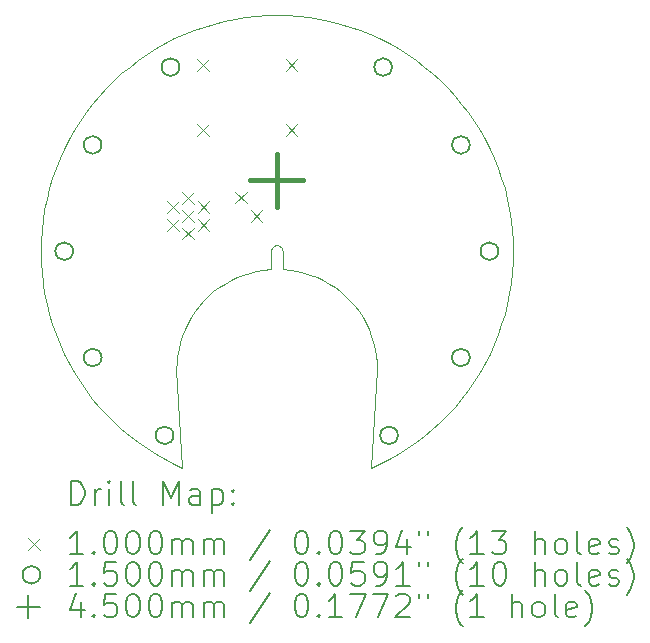
<source format=gbr>
%TF.GenerationSoftware,KiCad,Pcbnew,8.0.7*%
%TF.CreationDate,2024-12-04T21:31:14-06:00*%
%TF.ProjectId,b2,62322e6b-6963-4616-945f-706362585858,rev?*%
%TF.SameCoordinates,Original*%
%TF.FileFunction,Drillmap*%
%TF.FilePolarity,Positive*%
%FSLAX45Y45*%
G04 Gerber Fmt 4.5, Leading zero omitted, Abs format (unit mm)*
G04 Created by KiCad (PCBNEW 8.0.7) date 2024-12-04 21:31:14*
%MOMM*%
%LPD*%
G01*
G04 APERTURE LIST*
%ADD10C,0.050000*%
%ADD11C,0.200000*%
%ADD12C,0.100000*%
%ADD13C,0.150000*%
%ADD14C,0.450000*%
G04 APERTURE END LIST*
D10*
X10089730Y-3002014D02*
X10179279Y-3008051D01*
X10268467Y-3018100D01*
X10357114Y-3032141D01*
X10445042Y-3050144D01*
X10532074Y-3072074D01*
X10618034Y-3097887D01*
X10702750Y-3127530D01*
X10786050Y-3160944D01*
X10867768Y-3198062D01*
X10947737Y-3238809D01*
X11025799Y-3283102D01*
X11101794Y-3330853D01*
X11175571Y-3381966D01*
X11246980Y-3436337D01*
X11315877Y-3493857D01*
X11382125Y-3554410D01*
X11445590Y-3617875D01*
X11506143Y-3684122D01*
X11563663Y-3753020D01*
X11618034Y-3824429D01*
X11669146Y-3898206D01*
X11716898Y-3974201D01*
X11761191Y-4052263D01*
X11801938Y-4132232D01*
X11839055Y-4213950D01*
X11872470Y-4297250D01*
X11902113Y-4381966D01*
X11927926Y-4467926D01*
X11949856Y-4554958D01*
X11967859Y-4642886D01*
X11981899Y-4731534D01*
X11991949Y-4820721D01*
X11997986Y-4910270D01*
X12000000Y-5000000D01*
X11997986Y-5089730D01*
X11991949Y-5179279D01*
X11981899Y-5268467D01*
X11967859Y-5357114D01*
X11949856Y-5445042D01*
X11927926Y-5532074D01*
X11902113Y-5618034D01*
X11872470Y-5702750D01*
X11839055Y-5786050D01*
X11801938Y-5867767D01*
X11761191Y-5947737D01*
X11716898Y-6025799D01*
X11669146Y-6101794D01*
X11618034Y-6175570D01*
X11563663Y-6246980D01*
X11506143Y-6315877D01*
X11445590Y-6382125D01*
X11382125Y-6445590D01*
X11315877Y-6506143D01*
X11246980Y-6563663D01*
X11175571Y-6618034D01*
X11101794Y-6669146D01*
X11025799Y-6716898D01*
X10947737Y-6761191D01*
X10867768Y-6801938D01*
X10800000Y-6833000D01*
X10850000Y-6000000D01*
X10848019Y-5941994D01*
X10842083Y-5884258D01*
X10832222Y-5827062D01*
X10818480Y-5770673D01*
X10800922Y-5715352D01*
X10779630Y-5661359D01*
X10754702Y-5608945D01*
X10726257Y-5558354D01*
X10694424Y-5509822D01*
X10659355Y-5463575D01*
X10621211Y-5419830D01*
X10580170Y-5378789D01*
X10536425Y-5340645D01*
X10490178Y-5305576D01*
X10441646Y-5273744D01*
X10391055Y-5245298D01*
X10338641Y-5220370D01*
X10284648Y-5199078D01*
X10229327Y-5181520D01*
X10172938Y-5167779D01*
X10115742Y-5157917D01*
X10050000Y-5150000D01*
X10050000Y-5000000D01*
X10047975Y-4985913D01*
X10042063Y-4972968D01*
X10032743Y-4962213D01*
X10020771Y-4954518D01*
X10007116Y-4950509D01*
X9992884Y-4950509D01*
X9979229Y-4954518D01*
X9967257Y-4962213D01*
X9957937Y-4972968D01*
X9952025Y-4985913D01*
X9950000Y-5000000D01*
X9950000Y-5150000D01*
X9884258Y-5157917D01*
X9827062Y-5167779D01*
X9770673Y-5181520D01*
X9715352Y-5199078D01*
X9661359Y-5220370D01*
X9608945Y-5245298D01*
X9558354Y-5273744D01*
X9509822Y-5305576D01*
X9463575Y-5340645D01*
X9419830Y-5378789D01*
X9378789Y-5419830D01*
X9340645Y-5463575D01*
X9305576Y-5509822D01*
X9273744Y-5558354D01*
X9245298Y-5608945D01*
X9220370Y-5661359D01*
X9199078Y-5715352D01*
X9181520Y-5770673D01*
X9167779Y-5827062D01*
X9157917Y-5884258D01*
X9151982Y-5941994D01*
X9150000Y-6000000D01*
X9200000Y-6833000D01*
X9132233Y-6801938D01*
X9052263Y-6761191D01*
X8974201Y-6716898D01*
X8898206Y-6669146D01*
X8824430Y-6618034D01*
X8753020Y-6563663D01*
X8684123Y-6506143D01*
X8617875Y-6445590D01*
X8554410Y-6382125D01*
X8493857Y-6315877D01*
X8436337Y-6246980D01*
X8381966Y-6175570D01*
X8330853Y-6101794D01*
X8283102Y-6025799D01*
X8238809Y-5947737D01*
X8198062Y-5867767D01*
X8160944Y-5786050D01*
X8127530Y-5702750D01*
X8097887Y-5618034D01*
X8072074Y-5532074D01*
X8050144Y-5445042D01*
X8032141Y-5357114D01*
X8018100Y-5268467D01*
X8008051Y-5179279D01*
X8002014Y-5089730D01*
X8000000Y-5000000D01*
X8002014Y-4910270D01*
X8008051Y-4820721D01*
X8018100Y-4731534D01*
X8032141Y-4642886D01*
X8050144Y-4554958D01*
X8072074Y-4467926D01*
X8097887Y-4381966D01*
X8127530Y-4297250D01*
X8160944Y-4213950D01*
X8198062Y-4132232D01*
X8238809Y-4052263D01*
X8283102Y-3974201D01*
X8330853Y-3898206D01*
X8381966Y-3824429D01*
X8436337Y-3753020D01*
X8493857Y-3684122D01*
X8554410Y-3617875D01*
X8617875Y-3554410D01*
X8684123Y-3493857D01*
X8753020Y-3436337D01*
X8824430Y-3381966D01*
X8898206Y-3330853D01*
X8974201Y-3283102D01*
X9052263Y-3238809D01*
X9132233Y-3198062D01*
X9213950Y-3160944D01*
X9297250Y-3127530D01*
X9381966Y-3097887D01*
X9467926Y-3072074D01*
X9554958Y-3050144D01*
X9642886Y-3032141D01*
X9731534Y-3018100D01*
X9820721Y-3008051D01*
X9910270Y-3002014D01*
X10000000Y-3000000D01*
X10089730Y-3002014D01*
D11*
D12*
X9070096Y-4575000D02*
X9170096Y-4675000D01*
X9170096Y-4575000D02*
X9070096Y-4675000D01*
X9070096Y-4725000D02*
X9170096Y-4825000D01*
X9170096Y-4725000D02*
X9070096Y-4825000D01*
X9200000Y-4500000D02*
X9300000Y-4600000D01*
X9300000Y-4500000D02*
X9200000Y-4600000D01*
X9200000Y-4650000D02*
X9300000Y-4750000D01*
X9300000Y-4650000D02*
X9200000Y-4750000D01*
X9200000Y-4800000D02*
X9300000Y-4900000D01*
X9300000Y-4800000D02*
X9200000Y-4900000D01*
X9325000Y-3375000D02*
X9425000Y-3475000D01*
X9425000Y-3375000D02*
X9325000Y-3475000D01*
X9325000Y-3925000D02*
X9425000Y-4025000D01*
X9425000Y-3925000D02*
X9325000Y-4025000D01*
X9329904Y-4575000D02*
X9429904Y-4675000D01*
X9429904Y-4575000D02*
X9329904Y-4675000D01*
X9329904Y-4725000D02*
X9429904Y-4825000D01*
X9429904Y-4725000D02*
X9329904Y-4825000D01*
X9645000Y-4495000D02*
X9745000Y-4595000D01*
X9745000Y-4495000D02*
X9645000Y-4595000D01*
X9777500Y-4655000D02*
X9877500Y-4755000D01*
X9877500Y-4655000D02*
X9777500Y-4755000D01*
X10075000Y-3375000D02*
X10175000Y-3475000D01*
X10175000Y-3375000D02*
X10075000Y-3475000D01*
X10075000Y-3925000D02*
X10175000Y-4025000D01*
X10175000Y-3925000D02*
X10075000Y-4025000D01*
D13*
X8275000Y-5000000D02*
G75*
G02*
X8125000Y-5000000I-75000J0D01*
G01*
X8125000Y-5000000D02*
G75*
G02*
X8275000Y-5000000I75000J0D01*
G01*
X8516154Y-4100000D02*
G75*
G02*
X8366154Y-4100000I-75000J0D01*
G01*
X8366154Y-4100000D02*
G75*
G02*
X8516154Y-4100000I75000J0D01*
G01*
X8516154Y-5900000D02*
G75*
G02*
X8366154Y-5900000I-75000J0D01*
G01*
X8366154Y-5900000D02*
G75*
G02*
X8516154Y-5900000I75000J0D01*
G01*
X9125000Y-6558846D02*
G75*
G02*
X8975000Y-6558846I-75000J0D01*
G01*
X8975000Y-6558846D02*
G75*
G02*
X9125000Y-6558846I75000J0D01*
G01*
X9175000Y-3441154D02*
G75*
G02*
X9025000Y-3441154I-75000J0D01*
G01*
X9025000Y-3441154D02*
G75*
G02*
X9175000Y-3441154I75000J0D01*
G01*
X10975000Y-3441154D02*
G75*
G02*
X10825000Y-3441154I-75000J0D01*
G01*
X10825000Y-3441154D02*
G75*
G02*
X10975000Y-3441154I75000J0D01*
G01*
X11025000Y-6558846D02*
G75*
G02*
X10875000Y-6558846I-75000J0D01*
G01*
X10875000Y-6558846D02*
G75*
G02*
X11025000Y-6558846I75000J0D01*
G01*
X11633846Y-4100000D02*
G75*
G02*
X11483846Y-4100000I-75000J0D01*
G01*
X11483846Y-4100000D02*
G75*
G02*
X11633846Y-4100000I75000J0D01*
G01*
X11633846Y-5900000D02*
G75*
G02*
X11483846Y-5900000I-75000J0D01*
G01*
X11483846Y-5900000D02*
G75*
G02*
X11633846Y-5900000I75000J0D01*
G01*
X11875000Y-5000000D02*
G75*
G02*
X11725000Y-5000000I-75000J0D01*
G01*
X11725000Y-5000000D02*
G75*
G02*
X11875000Y-5000000I75000J0D01*
G01*
D14*
X10000000Y-4175000D02*
X10000000Y-4625000D01*
X9775000Y-4400000D02*
X10225000Y-4400000D01*
D11*
X8258277Y-7146984D02*
X8258277Y-6946984D01*
X8258277Y-6946984D02*
X8305896Y-6946984D01*
X8305896Y-6946984D02*
X8334467Y-6956508D01*
X8334467Y-6956508D02*
X8353515Y-6975555D01*
X8353515Y-6975555D02*
X8363039Y-6994603D01*
X8363039Y-6994603D02*
X8372562Y-7032698D01*
X8372562Y-7032698D02*
X8372562Y-7061269D01*
X8372562Y-7061269D02*
X8363039Y-7099365D01*
X8363039Y-7099365D02*
X8353515Y-7118412D01*
X8353515Y-7118412D02*
X8334467Y-7137460D01*
X8334467Y-7137460D02*
X8305896Y-7146984D01*
X8305896Y-7146984D02*
X8258277Y-7146984D01*
X8458277Y-7146984D02*
X8458277Y-7013650D01*
X8458277Y-7051746D02*
X8467801Y-7032698D01*
X8467801Y-7032698D02*
X8477324Y-7023174D01*
X8477324Y-7023174D02*
X8496372Y-7013650D01*
X8496372Y-7013650D02*
X8515420Y-7013650D01*
X8582086Y-7146984D02*
X8582086Y-7013650D01*
X8582086Y-6946984D02*
X8572563Y-6956508D01*
X8572563Y-6956508D02*
X8582086Y-6966031D01*
X8582086Y-6966031D02*
X8591610Y-6956508D01*
X8591610Y-6956508D02*
X8582086Y-6946984D01*
X8582086Y-6946984D02*
X8582086Y-6966031D01*
X8705896Y-7146984D02*
X8686848Y-7137460D01*
X8686848Y-7137460D02*
X8677324Y-7118412D01*
X8677324Y-7118412D02*
X8677324Y-6946984D01*
X8810658Y-7146984D02*
X8791610Y-7137460D01*
X8791610Y-7137460D02*
X8782086Y-7118412D01*
X8782086Y-7118412D02*
X8782086Y-6946984D01*
X9039229Y-7146984D02*
X9039229Y-6946984D01*
X9039229Y-6946984D02*
X9105896Y-7089841D01*
X9105896Y-7089841D02*
X9172563Y-6946984D01*
X9172563Y-6946984D02*
X9172563Y-7146984D01*
X9353515Y-7146984D02*
X9353515Y-7042222D01*
X9353515Y-7042222D02*
X9343991Y-7023174D01*
X9343991Y-7023174D02*
X9324944Y-7013650D01*
X9324944Y-7013650D02*
X9286848Y-7013650D01*
X9286848Y-7013650D02*
X9267801Y-7023174D01*
X9353515Y-7137460D02*
X9334467Y-7146984D01*
X9334467Y-7146984D02*
X9286848Y-7146984D01*
X9286848Y-7146984D02*
X9267801Y-7137460D01*
X9267801Y-7137460D02*
X9258277Y-7118412D01*
X9258277Y-7118412D02*
X9258277Y-7099365D01*
X9258277Y-7099365D02*
X9267801Y-7080317D01*
X9267801Y-7080317D02*
X9286848Y-7070793D01*
X9286848Y-7070793D02*
X9334467Y-7070793D01*
X9334467Y-7070793D02*
X9353515Y-7061269D01*
X9448753Y-7013650D02*
X9448753Y-7213650D01*
X9448753Y-7023174D02*
X9467801Y-7013650D01*
X9467801Y-7013650D02*
X9505896Y-7013650D01*
X9505896Y-7013650D02*
X9524944Y-7023174D01*
X9524944Y-7023174D02*
X9534467Y-7032698D01*
X9534467Y-7032698D02*
X9543991Y-7051746D01*
X9543991Y-7051746D02*
X9543991Y-7108888D01*
X9543991Y-7108888D02*
X9534467Y-7127936D01*
X9534467Y-7127936D02*
X9524944Y-7137460D01*
X9524944Y-7137460D02*
X9505896Y-7146984D01*
X9505896Y-7146984D02*
X9467801Y-7146984D01*
X9467801Y-7146984D02*
X9448753Y-7137460D01*
X9629705Y-7127936D02*
X9639229Y-7137460D01*
X9639229Y-7137460D02*
X9629705Y-7146984D01*
X9629705Y-7146984D02*
X9620182Y-7137460D01*
X9620182Y-7137460D02*
X9629705Y-7127936D01*
X9629705Y-7127936D02*
X9629705Y-7146984D01*
X9629705Y-7023174D02*
X9639229Y-7032698D01*
X9639229Y-7032698D02*
X9629705Y-7042222D01*
X9629705Y-7042222D02*
X9620182Y-7032698D01*
X9620182Y-7032698D02*
X9629705Y-7023174D01*
X9629705Y-7023174D02*
X9629705Y-7042222D01*
D12*
X7897500Y-7425500D02*
X7997500Y-7525500D01*
X7997500Y-7425500D02*
X7897500Y-7525500D01*
D11*
X8363039Y-7566984D02*
X8248753Y-7566984D01*
X8305896Y-7566984D02*
X8305896Y-7366984D01*
X8305896Y-7366984D02*
X8286848Y-7395555D01*
X8286848Y-7395555D02*
X8267801Y-7414603D01*
X8267801Y-7414603D02*
X8248753Y-7424127D01*
X8448753Y-7547936D02*
X8458277Y-7557460D01*
X8458277Y-7557460D02*
X8448753Y-7566984D01*
X8448753Y-7566984D02*
X8439229Y-7557460D01*
X8439229Y-7557460D02*
X8448753Y-7547936D01*
X8448753Y-7547936D02*
X8448753Y-7566984D01*
X8582086Y-7366984D02*
X8601134Y-7366984D01*
X8601134Y-7366984D02*
X8620182Y-7376508D01*
X8620182Y-7376508D02*
X8629705Y-7386031D01*
X8629705Y-7386031D02*
X8639229Y-7405079D01*
X8639229Y-7405079D02*
X8648753Y-7443174D01*
X8648753Y-7443174D02*
X8648753Y-7490793D01*
X8648753Y-7490793D02*
X8639229Y-7528888D01*
X8639229Y-7528888D02*
X8629705Y-7547936D01*
X8629705Y-7547936D02*
X8620182Y-7557460D01*
X8620182Y-7557460D02*
X8601134Y-7566984D01*
X8601134Y-7566984D02*
X8582086Y-7566984D01*
X8582086Y-7566984D02*
X8563039Y-7557460D01*
X8563039Y-7557460D02*
X8553515Y-7547936D01*
X8553515Y-7547936D02*
X8543991Y-7528888D01*
X8543991Y-7528888D02*
X8534467Y-7490793D01*
X8534467Y-7490793D02*
X8534467Y-7443174D01*
X8534467Y-7443174D02*
X8543991Y-7405079D01*
X8543991Y-7405079D02*
X8553515Y-7386031D01*
X8553515Y-7386031D02*
X8563039Y-7376508D01*
X8563039Y-7376508D02*
X8582086Y-7366984D01*
X8772563Y-7366984D02*
X8791610Y-7366984D01*
X8791610Y-7366984D02*
X8810658Y-7376508D01*
X8810658Y-7376508D02*
X8820182Y-7386031D01*
X8820182Y-7386031D02*
X8829705Y-7405079D01*
X8829705Y-7405079D02*
X8839229Y-7443174D01*
X8839229Y-7443174D02*
X8839229Y-7490793D01*
X8839229Y-7490793D02*
X8829705Y-7528888D01*
X8829705Y-7528888D02*
X8820182Y-7547936D01*
X8820182Y-7547936D02*
X8810658Y-7557460D01*
X8810658Y-7557460D02*
X8791610Y-7566984D01*
X8791610Y-7566984D02*
X8772563Y-7566984D01*
X8772563Y-7566984D02*
X8753515Y-7557460D01*
X8753515Y-7557460D02*
X8743991Y-7547936D01*
X8743991Y-7547936D02*
X8734467Y-7528888D01*
X8734467Y-7528888D02*
X8724944Y-7490793D01*
X8724944Y-7490793D02*
X8724944Y-7443174D01*
X8724944Y-7443174D02*
X8734467Y-7405079D01*
X8734467Y-7405079D02*
X8743991Y-7386031D01*
X8743991Y-7386031D02*
X8753515Y-7376508D01*
X8753515Y-7376508D02*
X8772563Y-7366984D01*
X8963039Y-7366984D02*
X8982086Y-7366984D01*
X8982086Y-7366984D02*
X9001134Y-7376508D01*
X9001134Y-7376508D02*
X9010658Y-7386031D01*
X9010658Y-7386031D02*
X9020182Y-7405079D01*
X9020182Y-7405079D02*
X9029705Y-7443174D01*
X9029705Y-7443174D02*
X9029705Y-7490793D01*
X9029705Y-7490793D02*
X9020182Y-7528888D01*
X9020182Y-7528888D02*
X9010658Y-7547936D01*
X9010658Y-7547936D02*
X9001134Y-7557460D01*
X9001134Y-7557460D02*
X8982086Y-7566984D01*
X8982086Y-7566984D02*
X8963039Y-7566984D01*
X8963039Y-7566984D02*
X8943991Y-7557460D01*
X8943991Y-7557460D02*
X8934467Y-7547936D01*
X8934467Y-7547936D02*
X8924944Y-7528888D01*
X8924944Y-7528888D02*
X8915420Y-7490793D01*
X8915420Y-7490793D02*
X8915420Y-7443174D01*
X8915420Y-7443174D02*
X8924944Y-7405079D01*
X8924944Y-7405079D02*
X8934467Y-7386031D01*
X8934467Y-7386031D02*
X8943991Y-7376508D01*
X8943991Y-7376508D02*
X8963039Y-7366984D01*
X9115420Y-7566984D02*
X9115420Y-7433650D01*
X9115420Y-7452698D02*
X9124944Y-7443174D01*
X9124944Y-7443174D02*
X9143991Y-7433650D01*
X9143991Y-7433650D02*
X9172563Y-7433650D01*
X9172563Y-7433650D02*
X9191610Y-7443174D01*
X9191610Y-7443174D02*
X9201134Y-7462222D01*
X9201134Y-7462222D02*
X9201134Y-7566984D01*
X9201134Y-7462222D02*
X9210658Y-7443174D01*
X9210658Y-7443174D02*
X9229705Y-7433650D01*
X9229705Y-7433650D02*
X9258277Y-7433650D01*
X9258277Y-7433650D02*
X9277325Y-7443174D01*
X9277325Y-7443174D02*
X9286848Y-7462222D01*
X9286848Y-7462222D02*
X9286848Y-7566984D01*
X9382086Y-7566984D02*
X9382086Y-7433650D01*
X9382086Y-7452698D02*
X9391610Y-7443174D01*
X9391610Y-7443174D02*
X9410658Y-7433650D01*
X9410658Y-7433650D02*
X9439229Y-7433650D01*
X9439229Y-7433650D02*
X9458277Y-7443174D01*
X9458277Y-7443174D02*
X9467801Y-7462222D01*
X9467801Y-7462222D02*
X9467801Y-7566984D01*
X9467801Y-7462222D02*
X9477325Y-7443174D01*
X9477325Y-7443174D02*
X9496372Y-7433650D01*
X9496372Y-7433650D02*
X9524944Y-7433650D01*
X9524944Y-7433650D02*
X9543991Y-7443174D01*
X9543991Y-7443174D02*
X9553515Y-7462222D01*
X9553515Y-7462222D02*
X9553515Y-7566984D01*
X9943991Y-7357460D02*
X9772563Y-7614603D01*
X10201134Y-7366984D02*
X10220182Y-7366984D01*
X10220182Y-7366984D02*
X10239229Y-7376508D01*
X10239229Y-7376508D02*
X10248753Y-7386031D01*
X10248753Y-7386031D02*
X10258277Y-7405079D01*
X10258277Y-7405079D02*
X10267801Y-7443174D01*
X10267801Y-7443174D02*
X10267801Y-7490793D01*
X10267801Y-7490793D02*
X10258277Y-7528888D01*
X10258277Y-7528888D02*
X10248753Y-7547936D01*
X10248753Y-7547936D02*
X10239229Y-7557460D01*
X10239229Y-7557460D02*
X10220182Y-7566984D01*
X10220182Y-7566984D02*
X10201134Y-7566984D01*
X10201134Y-7566984D02*
X10182087Y-7557460D01*
X10182087Y-7557460D02*
X10172563Y-7547936D01*
X10172563Y-7547936D02*
X10163039Y-7528888D01*
X10163039Y-7528888D02*
X10153515Y-7490793D01*
X10153515Y-7490793D02*
X10153515Y-7443174D01*
X10153515Y-7443174D02*
X10163039Y-7405079D01*
X10163039Y-7405079D02*
X10172563Y-7386031D01*
X10172563Y-7386031D02*
X10182087Y-7376508D01*
X10182087Y-7376508D02*
X10201134Y-7366984D01*
X10353515Y-7547936D02*
X10363039Y-7557460D01*
X10363039Y-7557460D02*
X10353515Y-7566984D01*
X10353515Y-7566984D02*
X10343991Y-7557460D01*
X10343991Y-7557460D02*
X10353515Y-7547936D01*
X10353515Y-7547936D02*
X10353515Y-7566984D01*
X10486848Y-7366984D02*
X10505896Y-7366984D01*
X10505896Y-7366984D02*
X10524944Y-7376508D01*
X10524944Y-7376508D02*
X10534468Y-7386031D01*
X10534468Y-7386031D02*
X10543991Y-7405079D01*
X10543991Y-7405079D02*
X10553515Y-7443174D01*
X10553515Y-7443174D02*
X10553515Y-7490793D01*
X10553515Y-7490793D02*
X10543991Y-7528888D01*
X10543991Y-7528888D02*
X10534468Y-7547936D01*
X10534468Y-7547936D02*
X10524944Y-7557460D01*
X10524944Y-7557460D02*
X10505896Y-7566984D01*
X10505896Y-7566984D02*
X10486848Y-7566984D01*
X10486848Y-7566984D02*
X10467801Y-7557460D01*
X10467801Y-7557460D02*
X10458277Y-7547936D01*
X10458277Y-7547936D02*
X10448753Y-7528888D01*
X10448753Y-7528888D02*
X10439229Y-7490793D01*
X10439229Y-7490793D02*
X10439229Y-7443174D01*
X10439229Y-7443174D02*
X10448753Y-7405079D01*
X10448753Y-7405079D02*
X10458277Y-7386031D01*
X10458277Y-7386031D02*
X10467801Y-7376508D01*
X10467801Y-7376508D02*
X10486848Y-7366984D01*
X10620182Y-7366984D02*
X10743991Y-7366984D01*
X10743991Y-7366984D02*
X10677325Y-7443174D01*
X10677325Y-7443174D02*
X10705896Y-7443174D01*
X10705896Y-7443174D02*
X10724944Y-7452698D01*
X10724944Y-7452698D02*
X10734468Y-7462222D01*
X10734468Y-7462222D02*
X10743991Y-7481269D01*
X10743991Y-7481269D02*
X10743991Y-7528888D01*
X10743991Y-7528888D02*
X10734468Y-7547936D01*
X10734468Y-7547936D02*
X10724944Y-7557460D01*
X10724944Y-7557460D02*
X10705896Y-7566984D01*
X10705896Y-7566984D02*
X10648753Y-7566984D01*
X10648753Y-7566984D02*
X10629706Y-7557460D01*
X10629706Y-7557460D02*
X10620182Y-7547936D01*
X10839229Y-7566984D02*
X10877325Y-7566984D01*
X10877325Y-7566984D02*
X10896372Y-7557460D01*
X10896372Y-7557460D02*
X10905896Y-7547936D01*
X10905896Y-7547936D02*
X10924944Y-7519365D01*
X10924944Y-7519365D02*
X10934468Y-7481269D01*
X10934468Y-7481269D02*
X10934468Y-7405079D01*
X10934468Y-7405079D02*
X10924944Y-7386031D01*
X10924944Y-7386031D02*
X10915420Y-7376508D01*
X10915420Y-7376508D02*
X10896372Y-7366984D01*
X10896372Y-7366984D02*
X10858277Y-7366984D01*
X10858277Y-7366984D02*
X10839229Y-7376508D01*
X10839229Y-7376508D02*
X10829706Y-7386031D01*
X10829706Y-7386031D02*
X10820182Y-7405079D01*
X10820182Y-7405079D02*
X10820182Y-7452698D01*
X10820182Y-7452698D02*
X10829706Y-7471746D01*
X10829706Y-7471746D02*
X10839229Y-7481269D01*
X10839229Y-7481269D02*
X10858277Y-7490793D01*
X10858277Y-7490793D02*
X10896372Y-7490793D01*
X10896372Y-7490793D02*
X10915420Y-7481269D01*
X10915420Y-7481269D02*
X10924944Y-7471746D01*
X10924944Y-7471746D02*
X10934468Y-7452698D01*
X11105896Y-7433650D02*
X11105896Y-7566984D01*
X11058277Y-7357460D02*
X11010658Y-7500317D01*
X11010658Y-7500317D02*
X11134468Y-7500317D01*
X11201134Y-7366984D02*
X11201134Y-7405079D01*
X11277325Y-7366984D02*
X11277325Y-7405079D01*
X11572563Y-7643174D02*
X11563039Y-7633650D01*
X11563039Y-7633650D02*
X11543991Y-7605079D01*
X11543991Y-7605079D02*
X11534468Y-7586031D01*
X11534468Y-7586031D02*
X11524944Y-7557460D01*
X11524944Y-7557460D02*
X11515420Y-7509841D01*
X11515420Y-7509841D02*
X11515420Y-7471746D01*
X11515420Y-7471746D02*
X11524944Y-7424127D01*
X11524944Y-7424127D02*
X11534468Y-7395555D01*
X11534468Y-7395555D02*
X11543991Y-7376508D01*
X11543991Y-7376508D02*
X11563039Y-7347936D01*
X11563039Y-7347936D02*
X11572563Y-7338412D01*
X11753515Y-7566984D02*
X11639229Y-7566984D01*
X11696372Y-7566984D02*
X11696372Y-7366984D01*
X11696372Y-7366984D02*
X11677325Y-7395555D01*
X11677325Y-7395555D02*
X11658277Y-7414603D01*
X11658277Y-7414603D02*
X11639229Y-7424127D01*
X11820182Y-7366984D02*
X11943991Y-7366984D01*
X11943991Y-7366984D02*
X11877325Y-7443174D01*
X11877325Y-7443174D02*
X11905896Y-7443174D01*
X11905896Y-7443174D02*
X11924944Y-7452698D01*
X11924944Y-7452698D02*
X11934468Y-7462222D01*
X11934468Y-7462222D02*
X11943991Y-7481269D01*
X11943991Y-7481269D02*
X11943991Y-7528888D01*
X11943991Y-7528888D02*
X11934468Y-7547936D01*
X11934468Y-7547936D02*
X11924944Y-7557460D01*
X11924944Y-7557460D02*
X11905896Y-7566984D01*
X11905896Y-7566984D02*
X11848753Y-7566984D01*
X11848753Y-7566984D02*
X11829706Y-7557460D01*
X11829706Y-7557460D02*
X11820182Y-7547936D01*
X12182087Y-7566984D02*
X12182087Y-7366984D01*
X12267801Y-7566984D02*
X12267801Y-7462222D01*
X12267801Y-7462222D02*
X12258277Y-7443174D01*
X12258277Y-7443174D02*
X12239230Y-7433650D01*
X12239230Y-7433650D02*
X12210658Y-7433650D01*
X12210658Y-7433650D02*
X12191610Y-7443174D01*
X12191610Y-7443174D02*
X12182087Y-7452698D01*
X12391610Y-7566984D02*
X12372563Y-7557460D01*
X12372563Y-7557460D02*
X12363039Y-7547936D01*
X12363039Y-7547936D02*
X12353515Y-7528888D01*
X12353515Y-7528888D02*
X12353515Y-7471746D01*
X12353515Y-7471746D02*
X12363039Y-7452698D01*
X12363039Y-7452698D02*
X12372563Y-7443174D01*
X12372563Y-7443174D02*
X12391610Y-7433650D01*
X12391610Y-7433650D02*
X12420182Y-7433650D01*
X12420182Y-7433650D02*
X12439230Y-7443174D01*
X12439230Y-7443174D02*
X12448753Y-7452698D01*
X12448753Y-7452698D02*
X12458277Y-7471746D01*
X12458277Y-7471746D02*
X12458277Y-7528888D01*
X12458277Y-7528888D02*
X12448753Y-7547936D01*
X12448753Y-7547936D02*
X12439230Y-7557460D01*
X12439230Y-7557460D02*
X12420182Y-7566984D01*
X12420182Y-7566984D02*
X12391610Y-7566984D01*
X12572563Y-7566984D02*
X12553515Y-7557460D01*
X12553515Y-7557460D02*
X12543991Y-7538412D01*
X12543991Y-7538412D02*
X12543991Y-7366984D01*
X12724944Y-7557460D02*
X12705896Y-7566984D01*
X12705896Y-7566984D02*
X12667801Y-7566984D01*
X12667801Y-7566984D02*
X12648753Y-7557460D01*
X12648753Y-7557460D02*
X12639230Y-7538412D01*
X12639230Y-7538412D02*
X12639230Y-7462222D01*
X12639230Y-7462222D02*
X12648753Y-7443174D01*
X12648753Y-7443174D02*
X12667801Y-7433650D01*
X12667801Y-7433650D02*
X12705896Y-7433650D01*
X12705896Y-7433650D02*
X12724944Y-7443174D01*
X12724944Y-7443174D02*
X12734468Y-7462222D01*
X12734468Y-7462222D02*
X12734468Y-7481269D01*
X12734468Y-7481269D02*
X12639230Y-7500317D01*
X12810658Y-7557460D02*
X12829706Y-7566984D01*
X12829706Y-7566984D02*
X12867801Y-7566984D01*
X12867801Y-7566984D02*
X12886849Y-7557460D01*
X12886849Y-7557460D02*
X12896372Y-7538412D01*
X12896372Y-7538412D02*
X12896372Y-7528888D01*
X12896372Y-7528888D02*
X12886849Y-7509841D01*
X12886849Y-7509841D02*
X12867801Y-7500317D01*
X12867801Y-7500317D02*
X12839230Y-7500317D01*
X12839230Y-7500317D02*
X12820182Y-7490793D01*
X12820182Y-7490793D02*
X12810658Y-7471746D01*
X12810658Y-7471746D02*
X12810658Y-7462222D01*
X12810658Y-7462222D02*
X12820182Y-7443174D01*
X12820182Y-7443174D02*
X12839230Y-7433650D01*
X12839230Y-7433650D02*
X12867801Y-7433650D01*
X12867801Y-7433650D02*
X12886849Y-7443174D01*
X12963039Y-7643174D02*
X12972563Y-7633650D01*
X12972563Y-7633650D02*
X12991611Y-7605079D01*
X12991611Y-7605079D02*
X13001134Y-7586031D01*
X13001134Y-7586031D02*
X13010658Y-7557460D01*
X13010658Y-7557460D02*
X13020182Y-7509841D01*
X13020182Y-7509841D02*
X13020182Y-7471746D01*
X13020182Y-7471746D02*
X13010658Y-7424127D01*
X13010658Y-7424127D02*
X13001134Y-7395555D01*
X13001134Y-7395555D02*
X12991611Y-7376508D01*
X12991611Y-7376508D02*
X12972563Y-7347936D01*
X12972563Y-7347936D02*
X12963039Y-7338412D01*
D13*
X7997500Y-7739500D02*
G75*
G02*
X7847500Y-7739500I-75000J0D01*
G01*
X7847500Y-7739500D02*
G75*
G02*
X7997500Y-7739500I75000J0D01*
G01*
D11*
X8363039Y-7830984D02*
X8248753Y-7830984D01*
X8305896Y-7830984D02*
X8305896Y-7630984D01*
X8305896Y-7630984D02*
X8286848Y-7659555D01*
X8286848Y-7659555D02*
X8267801Y-7678603D01*
X8267801Y-7678603D02*
X8248753Y-7688127D01*
X8448753Y-7811936D02*
X8458277Y-7821460D01*
X8458277Y-7821460D02*
X8448753Y-7830984D01*
X8448753Y-7830984D02*
X8439229Y-7821460D01*
X8439229Y-7821460D02*
X8448753Y-7811936D01*
X8448753Y-7811936D02*
X8448753Y-7830984D01*
X8639229Y-7630984D02*
X8543991Y-7630984D01*
X8543991Y-7630984D02*
X8534467Y-7726222D01*
X8534467Y-7726222D02*
X8543991Y-7716698D01*
X8543991Y-7716698D02*
X8563039Y-7707174D01*
X8563039Y-7707174D02*
X8610658Y-7707174D01*
X8610658Y-7707174D02*
X8629705Y-7716698D01*
X8629705Y-7716698D02*
X8639229Y-7726222D01*
X8639229Y-7726222D02*
X8648753Y-7745269D01*
X8648753Y-7745269D02*
X8648753Y-7792888D01*
X8648753Y-7792888D02*
X8639229Y-7811936D01*
X8639229Y-7811936D02*
X8629705Y-7821460D01*
X8629705Y-7821460D02*
X8610658Y-7830984D01*
X8610658Y-7830984D02*
X8563039Y-7830984D01*
X8563039Y-7830984D02*
X8543991Y-7821460D01*
X8543991Y-7821460D02*
X8534467Y-7811936D01*
X8772563Y-7630984D02*
X8791610Y-7630984D01*
X8791610Y-7630984D02*
X8810658Y-7640508D01*
X8810658Y-7640508D02*
X8820182Y-7650031D01*
X8820182Y-7650031D02*
X8829705Y-7669079D01*
X8829705Y-7669079D02*
X8839229Y-7707174D01*
X8839229Y-7707174D02*
X8839229Y-7754793D01*
X8839229Y-7754793D02*
X8829705Y-7792888D01*
X8829705Y-7792888D02*
X8820182Y-7811936D01*
X8820182Y-7811936D02*
X8810658Y-7821460D01*
X8810658Y-7821460D02*
X8791610Y-7830984D01*
X8791610Y-7830984D02*
X8772563Y-7830984D01*
X8772563Y-7830984D02*
X8753515Y-7821460D01*
X8753515Y-7821460D02*
X8743991Y-7811936D01*
X8743991Y-7811936D02*
X8734467Y-7792888D01*
X8734467Y-7792888D02*
X8724944Y-7754793D01*
X8724944Y-7754793D02*
X8724944Y-7707174D01*
X8724944Y-7707174D02*
X8734467Y-7669079D01*
X8734467Y-7669079D02*
X8743991Y-7650031D01*
X8743991Y-7650031D02*
X8753515Y-7640508D01*
X8753515Y-7640508D02*
X8772563Y-7630984D01*
X8963039Y-7630984D02*
X8982086Y-7630984D01*
X8982086Y-7630984D02*
X9001134Y-7640508D01*
X9001134Y-7640508D02*
X9010658Y-7650031D01*
X9010658Y-7650031D02*
X9020182Y-7669079D01*
X9020182Y-7669079D02*
X9029705Y-7707174D01*
X9029705Y-7707174D02*
X9029705Y-7754793D01*
X9029705Y-7754793D02*
X9020182Y-7792888D01*
X9020182Y-7792888D02*
X9010658Y-7811936D01*
X9010658Y-7811936D02*
X9001134Y-7821460D01*
X9001134Y-7821460D02*
X8982086Y-7830984D01*
X8982086Y-7830984D02*
X8963039Y-7830984D01*
X8963039Y-7830984D02*
X8943991Y-7821460D01*
X8943991Y-7821460D02*
X8934467Y-7811936D01*
X8934467Y-7811936D02*
X8924944Y-7792888D01*
X8924944Y-7792888D02*
X8915420Y-7754793D01*
X8915420Y-7754793D02*
X8915420Y-7707174D01*
X8915420Y-7707174D02*
X8924944Y-7669079D01*
X8924944Y-7669079D02*
X8934467Y-7650031D01*
X8934467Y-7650031D02*
X8943991Y-7640508D01*
X8943991Y-7640508D02*
X8963039Y-7630984D01*
X9115420Y-7830984D02*
X9115420Y-7697650D01*
X9115420Y-7716698D02*
X9124944Y-7707174D01*
X9124944Y-7707174D02*
X9143991Y-7697650D01*
X9143991Y-7697650D02*
X9172563Y-7697650D01*
X9172563Y-7697650D02*
X9191610Y-7707174D01*
X9191610Y-7707174D02*
X9201134Y-7726222D01*
X9201134Y-7726222D02*
X9201134Y-7830984D01*
X9201134Y-7726222D02*
X9210658Y-7707174D01*
X9210658Y-7707174D02*
X9229705Y-7697650D01*
X9229705Y-7697650D02*
X9258277Y-7697650D01*
X9258277Y-7697650D02*
X9277325Y-7707174D01*
X9277325Y-7707174D02*
X9286848Y-7726222D01*
X9286848Y-7726222D02*
X9286848Y-7830984D01*
X9382086Y-7830984D02*
X9382086Y-7697650D01*
X9382086Y-7716698D02*
X9391610Y-7707174D01*
X9391610Y-7707174D02*
X9410658Y-7697650D01*
X9410658Y-7697650D02*
X9439229Y-7697650D01*
X9439229Y-7697650D02*
X9458277Y-7707174D01*
X9458277Y-7707174D02*
X9467801Y-7726222D01*
X9467801Y-7726222D02*
X9467801Y-7830984D01*
X9467801Y-7726222D02*
X9477325Y-7707174D01*
X9477325Y-7707174D02*
X9496372Y-7697650D01*
X9496372Y-7697650D02*
X9524944Y-7697650D01*
X9524944Y-7697650D02*
X9543991Y-7707174D01*
X9543991Y-7707174D02*
X9553515Y-7726222D01*
X9553515Y-7726222D02*
X9553515Y-7830984D01*
X9943991Y-7621460D02*
X9772563Y-7878603D01*
X10201134Y-7630984D02*
X10220182Y-7630984D01*
X10220182Y-7630984D02*
X10239229Y-7640508D01*
X10239229Y-7640508D02*
X10248753Y-7650031D01*
X10248753Y-7650031D02*
X10258277Y-7669079D01*
X10258277Y-7669079D02*
X10267801Y-7707174D01*
X10267801Y-7707174D02*
X10267801Y-7754793D01*
X10267801Y-7754793D02*
X10258277Y-7792888D01*
X10258277Y-7792888D02*
X10248753Y-7811936D01*
X10248753Y-7811936D02*
X10239229Y-7821460D01*
X10239229Y-7821460D02*
X10220182Y-7830984D01*
X10220182Y-7830984D02*
X10201134Y-7830984D01*
X10201134Y-7830984D02*
X10182087Y-7821460D01*
X10182087Y-7821460D02*
X10172563Y-7811936D01*
X10172563Y-7811936D02*
X10163039Y-7792888D01*
X10163039Y-7792888D02*
X10153515Y-7754793D01*
X10153515Y-7754793D02*
X10153515Y-7707174D01*
X10153515Y-7707174D02*
X10163039Y-7669079D01*
X10163039Y-7669079D02*
X10172563Y-7650031D01*
X10172563Y-7650031D02*
X10182087Y-7640508D01*
X10182087Y-7640508D02*
X10201134Y-7630984D01*
X10353515Y-7811936D02*
X10363039Y-7821460D01*
X10363039Y-7821460D02*
X10353515Y-7830984D01*
X10353515Y-7830984D02*
X10343991Y-7821460D01*
X10343991Y-7821460D02*
X10353515Y-7811936D01*
X10353515Y-7811936D02*
X10353515Y-7830984D01*
X10486848Y-7630984D02*
X10505896Y-7630984D01*
X10505896Y-7630984D02*
X10524944Y-7640508D01*
X10524944Y-7640508D02*
X10534468Y-7650031D01*
X10534468Y-7650031D02*
X10543991Y-7669079D01*
X10543991Y-7669079D02*
X10553515Y-7707174D01*
X10553515Y-7707174D02*
X10553515Y-7754793D01*
X10553515Y-7754793D02*
X10543991Y-7792888D01*
X10543991Y-7792888D02*
X10534468Y-7811936D01*
X10534468Y-7811936D02*
X10524944Y-7821460D01*
X10524944Y-7821460D02*
X10505896Y-7830984D01*
X10505896Y-7830984D02*
X10486848Y-7830984D01*
X10486848Y-7830984D02*
X10467801Y-7821460D01*
X10467801Y-7821460D02*
X10458277Y-7811936D01*
X10458277Y-7811936D02*
X10448753Y-7792888D01*
X10448753Y-7792888D02*
X10439229Y-7754793D01*
X10439229Y-7754793D02*
X10439229Y-7707174D01*
X10439229Y-7707174D02*
X10448753Y-7669079D01*
X10448753Y-7669079D02*
X10458277Y-7650031D01*
X10458277Y-7650031D02*
X10467801Y-7640508D01*
X10467801Y-7640508D02*
X10486848Y-7630984D01*
X10734468Y-7630984D02*
X10639229Y-7630984D01*
X10639229Y-7630984D02*
X10629706Y-7726222D01*
X10629706Y-7726222D02*
X10639229Y-7716698D01*
X10639229Y-7716698D02*
X10658277Y-7707174D01*
X10658277Y-7707174D02*
X10705896Y-7707174D01*
X10705896Y-7707174D02*
X10724944Y-7716698D01*
X10724944Y-7716698D02*
X10734468Y-7726222D01*
X10734468Y-7726222D02*
X10743991Y-7745269D01*
X10743991Y-7745269D02*
X10743991Y-7792888D01*
X10743991Y-7792888D02*
X10734468Y-7811936D01*
X10734468Y-7811936D02*
X10724944Y-7821460D01*
X10724944Y-7821460D02*
X10705896Y-7830984D01*
X10705896Y-7830984D02*
X10658277Y-7830984D01*
X10658277Y-7830984D02*
X10639229Y-7821460D01*
X10639229Y-7821460D02*
X10629706Y-7811936D01*
X10839229Y-7830984D02*
X10877325Y-7830984D01*
X10877325Y-7830984D02*
X10896372Y-7821460D01*
X10896372Y-7821460D02*
X10905896Y-7811936D01*
X10905896Y-7811936D02*
X10924944Y-7783365D01*
X10924944Y-7783365D02*
X10934468Y-7745269D01*
X10934468Y-7745269D02*
X10934468Y-7669079D01*
X10934468Y-7669079D02*
X10924944Y-7650031D01*
X10924944Y-7650031D02*
X10915420Y-7640508D01*
X10915420Y-7640508D02*
X10896372Y-7630984D01*
X10896372Y-7630984D02*
X10858277Y-7630984D01*
X10858277Y-7630984D02*
X10839229Y-7640508D01*
X10839229Y-7640508D02*
X10829706Y-7650031D01*
X10829706Y-7650031D02*
X10820182Y-7669079D01*
X10820182Y-7669079D02*
X10820182Y-7716698D01*
X10820182Y-7716698D02*
X10829706Y-7735746D01*
X10829706Y-7735746D02*
X10839229Y-7745269D01*
X10839229Y-7745269D02*
X10858277Y-7754793D01*
X10858277Y-7754793D02*
X10896372Y-7754793D01*
X10896372Y-7754793D02*
X10915420Y-7745269D01*
X10915420Y-7745269D02*
X10924944Y-7735746D01*
X10924944Y-7735746D02*
X10934468Y-7716698D01*
X11124944Y-7830984D02*
X11010658Y-7830984D01*
X11067801Y-7830984D02*
X11067801Y-7630984D01*
X11067801Y-7630984D02*
X11048753Y-7659555D01*
X11048753Y-7659555D02*
X11029706Y-7678603D01*
X11029706Y-7678603D02*
X11010658Y-7688127D01*
X11201134Y-7630984D02*
X11201134Y-7669079D01*
X11277325Y-7630984D02*
X11277325Y-7669079D01*
X11572563Y-7907174D02*
X11563039Y-7897650D01*
X11563039Y-7897650D02*
X11543991Y-7869079D01*
X11543991Y-7869079D02*
X11534468Y-7850031D01*
X11534468Y-7850031D02*
X11524944Y-7821460D01*
X11524944Y-7821460D02*
X11515420Y-7773841D01*
X11515420Y-7773841D02*
X11515420Y-7735746D01*
X11515420Y-7735746D02*
X11524944Y-7688127D01*
X11524944Y-7688127D02*
X11534468Y-7659555D01*
X11534468Y-7659555D02*
X11543991Y-7640508D01*
X11543991Y-7640508D02*
X11563039Y-7611936D01*
X11563039Y-7611936D02*
X11572563Y-7602412D01*
X11753515Y-7830984D02*
X11639229Y-7830984D01*
X11696372Y-7830984D02*
X11696372Y-7630984D01*
X11696372Y-7630984D02*
X11677325Y-7659555D01*
X11677325Y-7659555D02*
X11658277Y-7678603D01*
X11658277Y-7678603D02*
X11639229Y-7688127D01*
X11877325Y-7630984D02*
X11896372Y-7630984D01*
X11896372Y-7630984D02*
X11915420Y-7640508D01*
X11915420Y-7640508D02*
X11924944Y-7650031D01*
X11924944Y-7650031D02*
X11934468Y-7669079D01*
X11934468Y-7669079D02*
X11943991Y-7707174D01*
X11943991Y-7707174D02*
X11943991Y-7754793D01*
X11943991Y-7754793D02*
X11934468Y-7792888D01*
X11934468Y-7792888D02*
X11924944Y-7811936D01*
X11924944Y-7811936D02*
X11915420Y-7821460D01*
X11915420Y-7821460D02*
X11896372Y-7830984D01*
X11896372Y-7830984D02*
X11877325Y-7830984D01*
X11877325Y-7830984D02*
X11858277Y-7821460D01*
X11858277Y-7821460D02*
X11848753Y-7811936D01*
X11848753Y-7811936D02*
X11839229Y-7792888D01*
X11839229Y-7792888D02*
X11829706Y-7754793D01*
X11829706Y-7754793D02*
X11829706Y-7707174D01*
X11829706Y-7707174D02*
X11839229Y-7669079D01*
X11839229Y-7669079D02*
X11848753Y-7650031D01*
X11848753Y-7650031D02*
X11858277Y-7640508D01*
X11858277Y-7640508D02*
X11877325Y-7630984D01*
X12182087Y-7830984D02*
X12182087Y-7630984D01*
X12267801Y-7830984D02*
X12267801Y-7726222D01*
X12267801Y-7726222D02*
X12258277Y-7707174D01*
X12258277Y-7707174D02*
X12239230Y-7697650D01*
X12239230Y-7697650D02*
X12210658Y-7697650D01*
X12210658Y-7697650D02*
X12191610Y-7707174D01*
X12191610Y-7707174D02*
X12182087Y-7716698D01*
X12391610Y-7830984D02*
X12372563Y-7821460D01*
X12372563Y-7821460D02*
X12363039Y-7811936D01*
X12363039Y-7811936D02*
X12353515Y-7792888D01*
X12353515Y-7792888D02*
X12353515Y-7735746D01*
X12353515Y-7735746D02*
X12363039Y-7716698D01*
X12363039Y-7716698D02*
X12372563Y-7707174D01*
X12372563Y-7707174D02*
X12391610Y-7697650D01*
X12391610Y-7697650D02*
X12420182Y-7697650D01*
X12420182Y-7697650D02*
X12439230Y-7707174D01*
X12439230Y-7707174D02*
X12448753Y-7716698D01*
X12448753Y-7716698D02*
X12458277Y-7735746D01*
X12458277Y-7735746D02*
X12458277Y-7792888D01*
X12458277Y-7792888D02*
X12448753Y-7811936D01*
X12448753Y-7811936D02*
X12439230Y-7821460D01*
X12439230Y-7821460D02*
X12420182Y-7830984D01*
X12420182Y-7830984D02*
X12391610Y-7830984D01*
X12572563Y-7830984D02*
X12553515Y-7821460D01*
X12553515Y-7821460D02*
X12543991Y-7802412D01*
X12543991Y-7802412D02*
X12543991Y-7630984D01*
X12724944Y-7821460D02*
X12705896Y-7830984D01*
X12705896Y-7830984D02*
X12667801Y-7830984D01*
X12667801Y-7830984D02*
X12648753Y-7821460D01*
X12648753Y-7821460D02*
X12639230Y-7802412D01*
X12639230Y-7802412D02*
X12639230Y-7726222D01*
X12639230Y-7726222D02*
X12648753Y-7707174D01*
X12648753Y-7707174D02*
X12667801Y-7697650D01*
X12667801Y-7697650D02*
X12705896Y-7697650D01*
X12705896Y-7697650D02*
X12724944Y-7707174D01*
X12724944Y-7707174D02*
X12734468Y-7726222D01*
X12734468Y-7726222D02*
X12734468Y-7745269D01*
X12734468Y-7745269D02*
X12639230Y-7764317D01*
X12810658Y-7821460D02*
X12829706Y-7830984D01*
X12829706Y-7830984D02*
X12867801Y-7830984D01*
X12867801Y-7830984D02*
X12886849Y-7821460D01*
X12886849Y-7821460D02*
X12896372Y-7802412D01*
X12896372Y-7802412D02*
X12896372Y-7792888D01*
X12896372Y-7792888D02*
X12886849Y-7773841D01*
X12886849Y-7773841D02*
X12867801Y-7764317D01*
X12867801Y-7764317D02*
X12839230Y-7764317D01*
X12839230Y-7764317D02*
X12820182Y-7754793D01*
X12820182Y-7754793D02*
X12810658Y-7735746D01*
X12810658Y-7735746D02*
X12810658Y-7726222D01*
X12810658Y-7726222D02*
X12820182Y-7707174D01*
X12820182Y-7707174D02*
X12839230Y-7697650D01*
X12839230Y-7697650D02*
X12867801Y-7697650D01*
X12867801Y-7697650D02*
X12886849Y-7707174D01*
X12963039Y-7907174D02*
X12972563Y-7897650D01*
X12972563Y-7897650D02*
X12991611Y-7869079D01*
X12991611Y-7869079D02*
X13001134Y-7850031D01*
X13001134Y-7850031D02*
X13010658Y-7821460D01*
X13010658Y-7821460D02*
X13020182Y-7773841D01*
X13020182Y-7773841D02*
X13020182Y-7735746D01*
X13020182Y-7735746D02*
X13010658Y-7688127D01*
X13010658Y-7688127D02*
X13001134Y-7659555D01*
X13001134Y-7659555D02*
X12991611Y-7640508D01*
X12991611Y-7640508D02*
X12972563Y-7611936D01*
X12972563Y-7611936D02*
X12963039Y-7602412D01*
X7897500Y-7909500D02*
X7897500Y-8109500D01*
X7797500Y-8009500D02*
X7997500Y-8009500D01*
X8343991Y-7967650D02*
X8343991Y-8100984D01*
X8296372Y-7891460D02*
X8248753Y-8034317D01*
X8248753Y-8034317D02*
X8372562Y-8034317D01*
X8448753Y-8081936D02*
X8458277Y-8091460D01*
X8458277Y-8091460D02*
X8448753Y-8100984D01*
X8448753Y-8100984D02*
X8439229Y-8091460D01*
X8439229Y-8091460D02*
X8448753Y-8081936D01*
X8448753Y-8081936D02*
X8448753Y-8100984D01*
X8639229Y-7900984D02*
X8543991Y-7900984D01*
X8543991Y-7900984D02*
X8534467Y-7996222D01*
X8534467Y-7996222D02*
X8543991Y-7986698D01*
X8543991Y-7986698D02*
X8563039Y-7977174D01*
X8563039Y-7977174D02*
X8610658Y-7977174D01*
X8610658Y-7977174D02*
X8629705Y-7986698D01*
X8629705Y-7986698D02*
X8639229Y-7996222D01*
X8639229Y-7996222D02*
X8648753Y-8015269D01*
X8648753Y-8015269D02*
X8648753Y-8062888D01*
X8648753Y-8062888D02*
X8639229Y-8081936D01*
X8639229Y-8081936D02*
X8629705Y-8091460D01*
X8629705Y-8091460D02*
X8610658Y-8100984D01*
X8610658Y-8100984D02*
X8563039Y-8100984D01*
X8563039Y-8100984D02*
X8543991Y-8091460D01*
X8543991Y-8091460D02*
X8534467Y-8081936D01*
X8772563Y-7900984D02*
X8791610Y-7900984D01*
X8791610Y-7900984D02*
X8810658Y-7910508D01*
X8810658Y-7910508D02*
X8820182Y-7920031D01*
X8820182Y-7920031D02*
X8829705Y-7939079D01*
X8829705Y-7939079D02*
X8839229Y-7977174D01*
X8839229Y-7977174D02*
X8839229Y-8024793D01*
X8839229Y-8024793D02*
X8829705Y-8062888D01*
X8829705Y-8062888D02*
X8820182Y-8081936D01*
X8820182Y-8081936D02*
X8810658Y-8091460D01*
X8810658Y-8091460D02*
X8791610Y-8100984D01*
X8791610Y-8100984D02*
X8772563Y-8100984D01*
X8772563Y-8100984D02*
X8753515Y-8091460D01*
X8753515Y-8091460D02*
X8743991Y-8081936D01*
X8743991Y-8081936D02*
X8734467Y-8062888D01*
X8734467Y-8062888D02*
X8724944Y-8024793D01*
X8724944Y-8024793D02*
X8724944Y-7977174D01*
X8724944Y-7977174D02*
X8734467Y-7939079D01*
X8734467Y-7939079D02*
X8743991Y-7920031D01*
X8743991Y-7920031D02*
X8753515Y-7910508D01*
X8753515Y-7910508D02*
X8772563Y-7900984D01*
X8963039Y-7900984D02*
X8982086Y-7900984D01*
X8982086Y-7900984D02*
X9001134Y-7910508D01*
X9001134Y-7910508D02*
X9010658Y-7920031D01*
X9010658Y-7920031D02*
X9020182Y-7939079D01*
X9020182Y-7939079D02*
X9029705Y-7977174D01*
X9029705Y-7977174D02*
X9029705Y-8024793D01*
X9029705Y-8024793D02*
X9020182Y-8062888D01*
X9020182Y-8062888D02*
X9010658Y-8081936D01*
X9010658Y-8081936D02*
X9001134Y-8091460D01*
X9001134Y-8091460D02*
X8982086Y-8100984D01*
X8982086Y-8100984D02*
X8963039Y-8100984D01*
X8963039Y-8100984D02*
X8943991Y-8091460D01*
X8943991Y-8091460D02*
X8934467Y-8081936D01*
X8934467Y-8081936D02*
X8924944Y-8062888D01*
X8924944Y-8062888D02*
X8915420Y-8024793D01*
X8915420Y-8024793D02*
X8915420Y-7977174D01*
X8915420Y-7977174D02*
X8924944Y-7939079D01*
X8924944Y-7939079D02*
X8934467Y-7920031D01*
X8934467Y-7920031D02*
X8943991Y-7910508D01*
X8943991Y-7910508D02*
X8963039Y-7900984D01*
X9115420Y-8100984D02*
X9115420Y-7967650D01*
X9115420Y-7986698D02*
X9124944Y-7977174D01*
X9124944Y-7977174D02*
X9143991Y-7967650D01*
X9143991Y-7967650D02*
X9172563Y-7967650D01*
X9172563Y-7967650D02*
X9191610Y-7977174D01*
X9191610Y-7977174D02*
X9201134Y-7996222D01*
X9201134Y-7996222D02*
X9201134Y-8100984D01*
X9201134Y-7996222D02*
X9210658Y-7977174D01*
X9210658Y-7977174D02*
X9229705Y-7967650D01*
X9229705Y-7967650D02*
X9258277Y-7967650D01*
X9258277Y-7967650D02*
X9277325Y-7977174D01*
X9277325Y-7977174D02*
X9286848Y-7996222D01*
X9286848Y-7996222D02*
X9286848Y-8100984D01*
X9382086Y-8100984D02*
X9382086Y-7967650D01*
X9382086Y-7986698D02*
X9391610Y-7977174D01*
X9391610Y-7977174D02*
X9410658Y-7967650D01*
X9410658Y-7967650D02*
X9439229Y-7967650D01*
X9439229Y-7967650D02*
X9458277Y-7977174D01*
X9458277Y-7977174D02*
X9467801Y-7996222D01*
X9467801Y-7996222D02*
X9467801Y-8100984D01*
X9467801Y-7996222D02*
X9477325Y-7977174D01*
X9477325Y-7977174D02*
X9496372Y-7967650D01*
X9496372Y-7967650D02*
X9524944Y-7967650D01*
X9524944Y-7967650D02*
X9543991Y-7977174D01*
X9543991Y-7977174D02*
X9553515Y-7996222D01*
X9553515Y-7996222D02*
X9553515Y-8100984D01*
X9943991Y-7891460D02*
X9772563Y-8148603D01*
X10201134Y-7900984D02*
X10220182Y-7900984D01*
X10220182Y-7900984D02*
X10239229Y-7910508D01*
X10239229Y-7910508D02*
X10248753Y-7920031D01*
X10248753Y-7920031D02*
X10258277Y-7939079D01*
X10258277Y-7939079D02*
X10267801Y-7977174D01*
X10267801Y-7977174D02*
X10267801Y-8024793D01*
X10267801Y-8024793D02*
X10258277Y-8062888D01*
X10258277Y-8062888D02*
X10248753Y-8081936D01*
X10248753Y-8081936D02*
X10239229Y-8091460D01*
X10239229Y-8091460D02*
X10220182Y-8100984D01*
X10220182Y-8100984D02*
X10201134Y-8100984D01*
X10201134Y-8100984D02*
X10182087Y-8091460D01*
X10182087Y-8091460D02*
X10172563Y-8081936D01*
X10172563Y-8081936D02*
X10163039Y-8062888D01*
X10163039Y-8062888D02*
X10153515Y-8024793D01*
X10153515Y-8024793D02*
X10153515Y-7977174D01*
X10153515Y-7977174D02*
X10163039Y-7939079D01*
X10163039Y-7939079D02*
X10172563Y-7920031D01*
X10172563Y-7920031D02*
X10182087Y-7910508D01*
X10182087Y-7910508D02*
X10201134Y-7900984D01*
X10353515Y-8081936D02*
X10363039Y-8091460D01*
X10363039Y-8091460D02*
X10353515Y-8100984D01*
X10353515Y-8100984D02*
X10343991Y-8091460D01*
X10343991Y-8091460D02*
X10353515Y-8081936D01*
X10353515Y-8081936D02*
X10353515Y-8100984D01*
X10553515Y-8100984D02*
X10439229Y-8100984D01*
X10496372Y-8100984D02*
X10496372Y-7900984D01*
X10496372Y-7900984D02*
X10477325Y-7929555D01*
X10477325Y-7929555D02*
X10458277Y-7948603D01*
X10458277Y-7948603D02*
X10439229Y-7958127D01*
X10620182Y-7900984D02*
X10753515Y-7900984D01*
X10753515Y-7900984D02*
X10667801Y-8100984D01*
X10810658Y-7900984D02*
X10943991Y-7900984D01*
X10943991Y-7900984D02*
X10858277Y-8100984D01*
X11010658Y-7920031D02*
X11020182Y-7910508D01*
X11020182Y-7910508D02*
X11039229Y-7900984D01*
X11039229Y-7900984D02*
X11086849Y-7900984D01*
X11086849Y-7900984D02*
X11105896Y-7910508D01*
X11105896Y-7910508D02*
X11115420Y-7920031D01*
X11115420Y-7920031D02*
X11124944Y-7939079D01*
X11124944Y-7939079D02*
X11124944Y-7958127D01*
X11124944Y-7958127D02*
X11115420Y-7986698D01*
X11115420Y-7986698D02*
X11001134Y-8100984D01*
X11001134Y-8100984D02*
X11124944Y-8100984D01*
X11201134Y-7900984D02*
X11201134Y-7939079D01*
X11277325Y-7900984D02*
X11277325Y-7939079D01*
X11572563Y-8177174D02*
X11563039Y-8167650D01*
X11563039Y-8167650D02*
X11543991Y-8139079D01*
X11543991Y-8139079D02*
X11534468Y-8120031D01*
X11534468Y-8120031D02*
X11524944Y-8091460D01*
X11524944Y-8091460D02*
X11515420Y-8043841D01*
X11515420Y-8043841D02*
X11515420Y-8005746D01*
X11515420Y-8005746D02*
X11524944Y-7958127D01*
X11524944Y-7958127D02*
X11534468Y-7929555D01*
X11534468Y-7929555D02*
X11543991Y-7910508D01*
X11543991Y-7910508D02*
X11563039Y-7881936D01*
X11563039Y-7881936D02*
X11572563Y-7872412D01*
X11753515Y-8100984D02*
X11639229Y-8100984D01*
X11696372Y-8100984D02*
X11696372Y-7900984D01*
X11696372Y-7900984D02*
X11677325Y-7929555D01*
X11677325Y-7929555D02*
X11658277Y-7948603D01*
X11658277Y-7948603D02*
X11639229Y-7958127D01*
X11991610Y-8100984D02*
X11991610Y-7900984D01*
X12077325Y-8100984D02*
X12077325Y-7996222D01*
X12077325Y-7996222D02*
X12067801Y-7977174D01*
X12067801Y-7977174D02*
X12048753Y-7967650D01*
X12048753Y-7967650D02*
X12020182Y-7967650D01*
X12020182Y-7967650D02*
X12001134Y-7977174D01*
X12001134Y-7977174D02*
X11991610Y-7986698D01*
X12201134Y-8100984D02*
X12182087Y-8091460D01*
X12182087Y-8091460D02*
X12172563Y-8081936D01*
X12172563Y-8081936D02*
X12163039Y-8062888D01*
X12163039Y-8062888D02*
X12163039Y-8005746D01*
X12163039Y-8005746D02*
X12172563Y-7986698D01*
X12172563Y-7986698D02*
X12182087Y-7977174D01*
X12182087Y-7977174D02*
X12201134Y-7967650D01*
X12201134Y-7967650D02*
X12229706Y-7967650D01*
X12229706Y-7967650D02*
X12248753Y-7977174D01*
X12248753Y-7977174D02*
X12258277Y-7986698D01*
X12258277Y-7986698D02*
X12267801Y-8005746D01*
X12267801Y-8005746D02*
X12267801Y-8062888D01*
X12267801Y-8062888D02*
X12258277Y-8081936D01*
X12258277Y-8081936D02*
X12248753Y-8091460D01*
X12248753Y-8091460D02*
X12229706Y-8100984D01*
X12229706Y-8100984D02*
X12201134Y-8100984D01*
X12382087Y-8100984D02*
X12363039Y-8091460D01*
X12363039Y-8091460D02*
X12353515Y-8072412D01*
X12353515Y-8072412D02*
X12353515Y-7900984D01*
X12534468Y-8091460D02*
X12515420Y-8100984D01*
X12515420Y-8100984D02*
X12477325Y-8100984D01*
X12477325Y-8100984D02*
X12458277Y-8091460D01*
X12458277Y-8091460D02*
X12448753Y-8072412D01*
X12448753Y-8072412D02*
X12448753Y-7996222D01*
X12448753Y-7996222D02*
X12458277Y-7977174D01*
X12458277Y-7977174D02*
X12477325Y-7967650D01*
X12477325Y-7967650D02*
X12515420Y-7967650D01*
X12515420Y-7967650D02*
X12534468Y-7977174D01*
X12534468Y-7977174D02*
X12543991Y-7996222D01*
X12543991Y-7996222D02*
X12543991Y-8015269D01*
X12543991Y-8015269D02*
X12448753Y-8034317D01*
X12610658Y-8177174D02*
X12620182Y-8167650D01*
X12620182Y-8167650D02*
X12639230Y-8139079D01*
X12639230Y-8139079D02*
X12648753Y-8120031D01*
X12648753Y-8120031D02*
X12658277Y-8091460D01*
X12658277Y-8091460D02*
X12667801Y-8043841D01*
X12667801Y-8043841D02*
X12667801Y-8005746D01*
X12667801Y-8005746D02*
X12658277Y-7958127D01*
X12658277Y-7958127D02*
X12648753Y-7929555D01*
X12648753Y-7929555D02*
X12639230Y-7910508D01*
X12639230Y-7910508D02*
X12620182Y-7881936D01*
X12620182Y-7881936D02*
X12610658Y-7872412D01*
M02*

</source>
